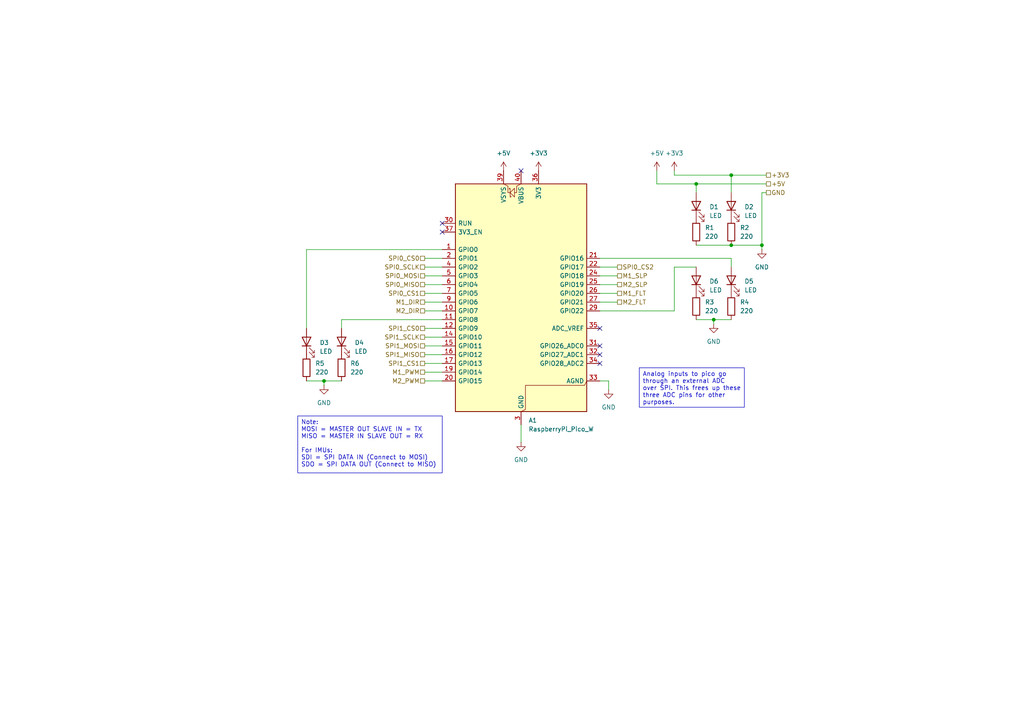
<source format=kicad_sch>
(kicad_sch (version 20250114) (generator "eeschema") (generator_version "9.0")
  (paper "A4")
  (title_block (title "Raspberry Pi Pico MCU Host Board") (date "2025-07-09") (rev "0") (company "Utah Student Robotics") (comment 1 "Vincent Banh"))
  (lib_symbols
    (symbol "Device:LED" (pin_numbers (hide yes)) (pin_names (offset 1.016) (hide yes))
      (property "Reference" "D" (at 0 2.54 0))
      (property "Value" "LED" (at 0 -2.54 0))
      (symbol "LED_0_1"
        (polyline (pts (xy -3.048 -0.762) (xy -4.572 -2.286) (xy -3.81 -2.286) (xy -4.572 -2.286) (xy -4.572 -1.524)))
        (polyline (pts (xy -1.778 -0.762) (xy -3.302 -2.286) (xy -2.54 -2.286) (xy -3.302 -2.286) (xy -3.302 -1.524)))
        (polyline (pts (xy -1.27 0) (xy 1.27 0)))
        (polyline (pts (xy -1.27 -1.27) (xy -1.27 1.27)) (stroke (width 0.254)))
        (polyline (pts (xy 1.27 -1.27) (xy 1.27 1.27) (xy -1.27 0) (xy 1.27 -1.27)) (stroke (width 0.254)))
      )
      (symbol "LED_1_1"
        (pin passive line (at -3.81 0 0) (length 2.54) (name "K") (number "1"))
        (pin passive line (at 3.81 0 180) (length 2.54) (name "A") (number "2"))
      )
    )
    (symbol "Device:R" (pin_numbers (hide yes)) (pin_names (offset 0))
      (property "Reference" "R" (at 2.032 0 90))
      (property "Value" "R" (at 0 0 90))
      (symbol "R_0_1"
        (rectangle (start -1.016 -2.54) (end 1.016 2.54) (stroke (width 0.254)))
      )
      (symbol "R_1_1"
        (pin passive line (at 0 3.81 270) (length 1.27) (name "~") (number "1"))
        (pin passive line (at 0 -3.81 90) (length 1.27) (name "~") (number "2"))
      )
    )
    (symbol "MCU_Module:RaspberryPi_Pico_W" (pin_names (offset 0.762))
      (property "Reference" "A" (at -19.05 35.56 0))
      (property "Value" "RaspberryPi_Pico_W" (at 7.62 35.56 0))
      (symbol "RaspberryPi_Pico_W_0_1"
        (rectangle (start -19.05 34.29) (end 19.05 -31.75) (stroke (width 0.254)) (fill (type background)))
        (polyline (pts (xy -5.08 34.29) (xy -3.81 33.655) (xy -3.81 31.75) (xy -3.175 31.75)))
        (polyline (pts (xy -3.429 32.766) (xy -3.429 33.02) (xy -3.175 33.02) (xy -3.175 30.48) (xy -2.921 30.48) (xy -2.921 30.734)))
        (polyline (pts (xy -3.175 31.75) (xy -1.905 33.02) (xy -1.905 30.48) (xy -3.175 31.75)))
        (polyline (pts (xy 0 34.29) (xy -1.27 33.655) (xy -1.27 31.75) (xy -1.905 31.75)))
        (polyline (pts (xy 0 -31.75) (xy 1.27 -31.115) (xy 1.27 -24.13) (xy 18.415 -24.13) (xy 19.05 -22.86)))
      )
      (symbol "RaspberryPi_Pico_W_1_1"
        (pin passive line (at -22.86 22.86 0) (length 3.81) (name "RUN") (number "30"))
        (pin passive line (at -22.86 20.32 0) (length 3.81) (name "3V3_EN") (number "37"))
        (pin bidirectional line (at -22.86 15.24 0) (length 3.81) (name "GPIO0") (number "1"))
        (pin bidirectional line (at -22.86 12.7 0) (length 3.81) (name "GPIO1") (number "2"))
        (pin bidirectional line (at -22.86 10.16 0) (length 3.81) (name "GPIO2") (number "4"))
        (pin bidirectional line (at -22.86 7.62 0) (length 3.81) (name "GPIO3") (number "5"))
        (pin bidirectional line (at -22.86 5.08 0) (length 3.81) (name "GPIO4") (number "6"))
        (pin bidirectional line (at -22.86 2.54 0) (length 3.81) (name "GPIO5") (number "7"))
        (pin bidirectional line (at -22.86 0 0) (length 3.81) (name "GPIO6") (number "9"))
        (pin bidirectional line (at -22.86 -2.54 0) (length 3.81) (name "GPIO7") (number "10"))
        (pin bidirectional line (at -22.86 -5.08 0) (length 3.81) (name "GPIO8") (number "11"))
        (pin bidirectional line (at -22.86 -7.62 0) (length 3.81) (name "GPIO9") (number "12"))
        (pin bidirectional line (at -22.86 -10.16 0) (length 3.81) (name "GPIO10") (number "14"))
        (pin bidirectional line (at -22.86 -12.7 0) (length 3.81) (name "GPIO11") (number "15"))
        (pin bidirectional line (at -22.86 -15.24 0) (length 3.81) (name "GPIO12") (number "16"))
        (pin bidirectional line (at -22.86 -17.78 0) (length 3.81) (name "GPIO13") (number "17"))
        (pin bidirectional line (at -22.86 -20.32 0) (length 3.81) (name "GPIO14") (number "19"))
        (pin bidirectional line (at -22.86 -22.86 0) (length 3.81) (name "GPIO15") (number "20"))
        (pin power_in line (at -5.08 38.1 270) (length 3.81) (name "VSYS") (number "39"))
        (pin power_out line (at 0 38.1 270) (length 3.81) (name "VBUS") (number "40"))
        (pin passive line (at 0 -35.56 90) (length 3.81) (hide yes) (name "GND") (number "13"))
        (pin passive line (at 0 -35.56 90) (length 3.81) (hide yes) (name "GND") (number "18"))
        (pin passive line (at 0 -35.56 90) (length 3.81) (hide yes) (name "GND") (number "23"))
        (pin passive line (at 0 -35.56 90) (length 3.81) (hide yes) (name "GND") (number "28"))
        (pin power_out line (at 0 -35.56 90) (length 3.81) (name "GND") (number "3"))
        (pin passive line (at 0 -35.56 90) (length 3.81) (hide yes) (name "GND") (number "38"))
        (pin passive line (at 0 -35.56 90) (length 3.81) (hide yes) (name "GND") (number "8"))
        (pin power_out line (at 5.08 38.1 270) (length 3.81) (name "3V3") (number "36"))
        (pin bidirectional line (at 22.86 12.7 180) (length 3.81) (name "GPIO16") (number "21"))
        (pin bidirectional line (at 22.86 10.16 180) (length 3.81) (name "GPIO17") (number "22"))
        (pin bidirectional line (at 22.86 7.62 180) (length 3.81) (name "GPIO18") (number "24"))
        (pin bidirectional line (at 22.86 5.08 180) (length 3.81) (name "GPIO19") (number "25"))
        (pin bidirectional line (at 22.86 2.54 180) (length 3.81) (name "GPIO20") (number "26"))
        (pin bidirectional line (at 22.86 0 180) (length 3.81) (name "GPIO21") (number "27"))
        (pin bidirectional line (at 22.86 -2.54 180) (length 3.81) (name "GPIO22") (number "29"))
        (pin power_in line (at 22.86 -7.62 180) (length 3.81) (name "ADC_VREF") (number "35"))
        (pin bidirectional line (at 22.86 -12.7 180) (length 3.81) (name "GPIO26_ADC0") (number "31"))
        (pin bidirectional line (at 22.86 -15.24 180) (length 3.81) (name "GPIO27_ADC1") (number "32"))
        (pin bidirectional line (at 22.86 -17.78 180) (length 3.81) (name "GPIO28_ADC2") (number "34"))
        (pin power_out line (at 22.86 -22.86 180) (length 3.81) (name "AGND") (number "33"))
      )
    )
    (symbol "power:+3V3" (power) (pin_numbers (hide yes)) (pin_names (offset 0) (hide yes))
      (property "Value" "+3V3" (at 0 3.556 0))
      (symbol "+3V3_0_1"
        (polyline (pts (xy -0.762 1.27) (xy 0 2.54)))
        (polyline (pts (xy 0 2.54) (xy 0.762 1.27)))
        (polyline (pts (xy 0 0) (xy 0 2.54)))
      )
      (symbol "+3V3_1_1"
        (pin power_in line (at 0 0 90) (length 0) (name "~") (number "1"))
      )
    )
    (symbol "power:+5V" (power) (pin_numbers (hide yes)) (pin_names (offset 0) (hide yes))
      (property "Value" "+5V" (at 0 3.556 0))
      (symbol "+5V_0_1"
        (polyline (pts (xy -0.762 1.27) (xy 0 2.54)))
        (polyline (pts (xy 0 2.54) (xy 0.762 1.27)))
        (polyline (pts (xy 0 0) (xy 0 2.54)))
      )
      (symbol "+5V_1_1"
        (pin power_in line (at 0 0 90) (length 0) (name "~") (number "1"))
      )
    )
    (symbol "power:GND" (power) (pin_numbers (hide yes)) (pin_names (offset 0) (hide yes))
      (property "Value" "GND" (at 0 -3.81 0))
      (symbol "GND_0_1"
        (polyline (pts (xy 0 0) (xy 0 -1.27) (xy 1.27 -1.27) (xy 0 -2.54) (xy -1.27 -1.27) (xy 0 -1.27)))
      )
      (symbol "GND_1_1"
        (pin power_in line (at 0 0 270) (length 0) (name "~") (number "1"))
      )
    )
  )
  (text_box "Note:\nMOSI = MASTER OUT SLAVE IN = TX\nMISO = MASTER IN SLAVE OUT = RX\n\nFor IMUs:\nSDI = SPI DATA IN (Connect to MOSI)\nSDO = SPI DATA OUT (Connect to MISO)" (at 86.36 120.65 0) (size 41.91 16.51) (margins 0.9525 0.9525 0.9525 0.9525) (effects (font (size 1.27 1.27)) (justify left top)))
  (text_box "Analog inputs to pico go through an external ADC over SPI. This frees up these three ADC pins for other purposes." (at 185.42 106.68 0) (size 30.48 11.43) (margins 0.9525 0.9525 0.9525 0.9525) (effects (font (size 1.27 1.27)) (justify left top)))
  (junction (at 212.09 50.8))
  (junction (at 93.98 110.49))
  (junction (at 220.98 71.12))
  (junction (at 212.09 71.12))
  (junction (at 207.01 92.71))
  (junction (at 201.93 53.34))
  (no_connect (at 173.99 100.33))
  (no_connect (at 173.99 105.41))
  (no_connect (at 128.27 64.77))
  (no_connect (at 128.27 67.31))
  (no_connect (at 151.13 49.53))
  (no_connect (at 173.99 102.87))
  (no_connect (at 173.99 95.25))
  (wire (pts (xy 93.98 110.49) (xy 99.06 110.49)))
  (wire (pts (xy 212.09 71.12) (xy 220.98 71.12)))
  (wire (pts (xy 173.99 77.47) (xy 179.07 77.47)))
  (wire (pts (xy 123.19 87.63) (xy 128.27 87.63)))
  (wire (pts (xy 123.19 77.47) (xy 128.27 77.47)))
  (wire (pts (xy 173.99 87.63) (xy 179.07 87.63)))
  (wire (pts (xy 123.19 105.41) (xy 128.27 105.41)))
  (wire (pts (xy 123.19 85.09) (xy 128.27 85.09)))
  (wire (pts (xy 173.99 90.17) (xy 195.58 90.17)))
  (wire (pts (xy 151.13 123.19) (xy 151.13 128.27)))
  (wire (pts (xy 123.19 95.25) (xy 128.27 95.25)))
  (wire (pts (xy 123.19 100.33) (xy 128.27 100.33)))
  (wire (pts (xy 123.19 110.49) (xy 128.27 110.49)))
  (wire (pts (xy 88.9 110.49) (xy 93.98 110.49)))
  (wire (pts (xy 123.19 74.93) (xy 128.27 74.93)))
  (wire (pts (xy 123.19 97.79) (xy 128.27 97.79)))
  (wire (pts (xy 173.99 74.93) (xy 212.09 74.93)))
  (wire (pts (xy 195.58 50.8) (xy 212.09 50.8)))
  (wire (pts (xy 220.98 71.12) (xy 220.98 72.39)))
  (wire (pts (xy 176.53 110.49) (xy 176.53 113.03)))
  (wire (pts (xy 99.06 92.71) (xy 99.06 95.25)))
  (wire (pts (xy 123.19 82.55) (xy 128.27 82.55)))
  (wire (pts (xy 173.99 80.01) (xy 179.07 80.01)))
  (wire (pts (xy 173.99 85.09) (xy 179.07 85.09)))
  (wire (pts (xy 195.58 90.17) (xy 195.58 77.47)))
  (wire (pts (xy 123.19 102.87) (xy 128.27 102.87)))
  (wire (pts (xy 173.99 82.55) (xy 179.07 82.55)))
  (wire (pts (xy 123.19 107.95) (xy 128.27 107.95)))
  (wire (pts (xy 88.9 72.39) (xy 88.9 95.25)))
  (wire (pts (xy 128.27 72.39) (xy 88.9 72.39)))
  (wire (pts (xy 123.19 80.01) (xy 128.27 80.01)))
  (wire (pts (xy 201.93 53.34) (xy 222.25 53.34)))
  (wire (pts (xy 201.93 71.12) (xy 212.09 71.12)))
  (wire (pts (xy 201.93 92.71) (xy 207.01 92.71)))
  (wire (pts (xy 195.58 77.47) (xy 201.93 77.47)))
  (wire (pts (xy 212.09 50.8) (xy 222.25 50.8)))
  (wire (pts (xy 201.93 53.34) (xy 201.93 55.88)))
  (wire (pts (xy 190.5 53.34) (xy 201.93 53.34)))
  (wire (pts (xy 212.09 50.8) (xy 212.09 55.88)))
  (wire (pts (xy 123.19 90.17) (xy 128.27 90.17)))
  (wire (pts (xy 220.98 55.88) (xy 220.98 71.12)))
  (wire (pts (xy 173.99 110.49) (xy 176.53 110.49)))
  (wire (pts (xy 207.01 92.71) (xy 207.01 93.98)))
  (wire (pts (xy 190.5 49.53) (xy 190.5 53.34)))
  (wire (pts (xy 212.09 74.93) (xy 212.09 77.47)))
  (wire (pts (xy 128.27 92.71) (xy 99.06 92.71)))
  (wire (pts (xy 207.01 92.71) (xy 212.09 92.71)))
  (wire (pts (xy 195.58 50.8) (xy 195.58 49.53)))
  (wire (pts (xy 220.98 55.88) (xy 222.25 55.88)))
  (wire (pts (xy 93.98 110.49) (xy 93.98 111.76)))
  (hierarchical_label "SPI1_MISO" (shape passive) (at 123.19 102.87 180))
  (hierarchical_label "GND" (shape passive) (at 222.25 55.88 0))
  (hierarchical_label "+3V3" (shape passive) (at 222.25 50.8 0))
  (hierarchical_label "M1_DIR" (shape passive) (at 123.19 87.63 180))
  (hierarchical_label "+5V" (shape passive) (at 222.25 53.34 0))
  (hierarchical_label "SPI0_MOSI" (shape passive) (at 123.19 80.01 180))
  (hierarchical_label "M2_FLT" (shape passive) (at 179.07 87.63 0))
  (hierarchical_label "M1_SLP" (shape passive) (at 179.07 80.01 0))
  (hierarchical_label "M2_DIR" (shape passive) (at 123.19 90.17 180))
  (hierarchical_label "M2_PWM" (shape passive) (at 123.19 110.49 180))
  (hierarchical_label "SPI1_CS1" (shape passive) (at 123.19 105.41 180))
  (hierarchical_label "M1_PWM" (shape passive) (at 123.19 107.95 180))
  (hierarchical_label "SPI0_CS1" (shape passive) (at 123.19 85.09 180))
  (hierarchical_label "SPI0_SCLK" (shape passive) (at 123.19 77.47 180))
  (hierarchical_label "M2_SLP" (shape passive) (at 179.07 82.55 0))
  (hierarchical_label "SPI1_CS0" (shape passive) (at 123.19 95.25 180))
  (hierarchical_label "SPI0_CS0" (shape passive) (at 123.19 74.93 180))
  (hierarchical_label "SPI0_MISO" (shape passive) (at 123.19 82.55 180))
  (hierarchical_label "SPI0_CS2" (shape passive) (at 179.07 77.47 0))
  (hierarchical_label "M1_FLT" (shape passive) (at 179.07 85.09 0))
  (hierarchical_label "SPI1_SCLK" (shape passive) (at 123.19 97.79 180))
  (hierarchical_label "SPI1_MOSI" (shape passive) (at 123.19 100.33 180))
  (symbol (lib_id "power:GND") (at 176.53 113.03 0) (unit 1)
    (property "Reference" "#PWR012" (effects (hide yes)))
    (property "Value" "GND" (at 176.53 118.11 0))
    (property "Description" "Power symbol creates a global label with name \"GND\" , ground" (effects (hide yes)))
  )
  (symbol (lib_id "Device:LED") (at 212.09 81.28 90) (unit 1)
    (property "Reference" "D5" (at 215.9 81.5974 90) (effects (justify right)))
    (property "Value" "LED" (at 215.9 84.1374 90) (effects (justify right)))
    (property "Footprint" "LED_SMD:LED_1206_3216Metric_Pad1.42x1.75mm_HandSolder" (effects (hide yes)))
    (property "Description" "Light emitting diode" (effects (hide yes)))
    (property "Sim.Pins" "1=K 2=A" (effects (hide yes)))
  )
  (symbol (lib_id "Device:LED") (at 88.9 99.06 90) (unit 1)
    (property "Reference" "D3" (at 92.71 99.3774 90) (effects (justify right)))
    (property "Value" "LED" (at 92.71 101.9174 90) (effects (justify right)))
    (property "Footprint" "LED_SMD:LED_1206_3216Metric_Pad1.42x1.75mm_HandSolder" (effects (hide yes)))
    (property "Description" "Light emitting diode" (effects (hide yes)))
    (property "Sim.Pins" "1=K 2=A" (effects (hide yes)))
  )
  (symbol (lib_id "Device:LED") (at 201.93 81.28 90) (unit 1)
    (property "Reference" "D6" (at 205.74 81.5974 90) (effects (justify right)))
    (property "Value" "LED" (at 205.74 84.1374 90) (effects (justify right)))
    (property "Footprint" "LED_SMD:LED_1206_3216Metric_Pad1.42x1.75mm_HandSolder" (effects (hide yes)))
    (property "Description" "Light emitting diode" (effects (hide yes)))
    (property "Sim.Pins" "1=K 2=A" (effects (hide yes)))
  )
  (symbol (lib_id "MCU_Module:RaspberryPi_Pico_W") (at 151.13 87.63 0) (unit 1)
    (property "Reference" "A1" (at 153.2733 121.92 0) (effects (justify left)))
    (property "Value" "RaspberryPi_Pico_W" (at 153.2733 124.46 0) (effects (justify left)))
    (property "Footprint" "Module:RaspberryPi_Pico_W_SMD_HandSolder" (effects (hide yes)))
    (property "Datasheet" "https://datasheets.raspberrypi.com/picow/pico-w-datasheet.pdf" (effects (hide yes)))
    (property "Description" "Versatile and inexpensive wireless microcontroller module powered by RP2040 dual-core Arm Cortex-M0+ processor up to 133 MHz, 264kB SRAM, 2MB QSPI flash, Infineon CYW43439 2.4GHz 802.11n wireless LAN; also supports Raspberry Pi Pico 2 W" (effects (hide yes)))
  )
  (symbol (lib_id "power:GND") (at 93.98 111.76 0) (unit 1)
    (property "Reference" "#PWR014" (effects (hide yes)))
    (property "Value" "GND" (at 93.98 116.84 0))
    (property "Description" "Power symbol creates a global label with name \"GND\" , ground" (effects (hide yes)))
  )
  (symbol (lib_id "Device:LED") (at 212.09 59.69 90) (unit 1)
    (property "Reference" "D2" (at 215.9 60.0074 90) (effects (justify right)))
    (property "Value" "LED" (at 215.9 62.5474 90) (effects (justify right)))
    (property "Footprint" "LED_SMD:LED_1206_3216Metric_Pad1.42x1.75mm_HandSolder" (effects (hide yes)))
    (property "Description" "Light emitting diode" (effects (hide yes)))
    (property "Sim.Pins" "1=K 2=A" (effects (hide yes)))
  )
  (symbol (lib_id "Device:LED") (at 201.93 59.69 90) (unit 1)
    (property "Reference" "D1" (at 205.74 60.0074 90) (effects (justify right)))
    (property "Value" "LED" (at 205.74 62.5474 90) (effects (justify right)))
    (property "Footprint" "LED_SMD:LED_1206_3216Metric_Pad1.42x1.75mm_HandSolder" (effects (hide yes)))
    (property "Description" "Light emitting diode" (effects (hide yes)))
    (property "Sim.Pins" "1=K 2=A" (effects (hide yes)))
  )
  (symbol (lib_id "power:+3V3") (at 195.58 49.53 0) (unit 1)
    (property "Reference" "#PWR09" (effects (hide yes)))
    (property "Value" "+3V3" (at 195.58 44.45 0))
    (property "Description" "Power symbol creates a global label with name \"+3V3\"" (effects (hide yes)))
  )
  (symbol (lib_id "power:GND") (at 220.98 72.39 0) (unit 1)
    (property "Reference" "#PWR010" (effects (hide yes)))
    (property "Value" "GND" (at 220.98 77.47 0))
    (property "Description" "Power symbol creates a global label with name \"GND\" , ground" (effects (hide yes)))
  )
  (symbol (lib_id "power:+3V3") (at 156.21 49.53 0) (unit 1)
    (property "Reference" "#PWR07" (effects (hide yes)))
    (property "Value" "+3V3" (at 156.21 44.45 0))
    (property "Description" "Power symbol creates a global label with name \"+3V3\"" (effects (hide yes)))
  )
  (symbol (lib_id "Device:R") (at 201.93 88.9 0) (unit 1)
    (property "Reference" "R3" (at 204.47 87.6299 0) (effects (justify left)))
    (property "Value" "220" (at 204.47 90.1699 0) (effects (justify left)))
    (property "Footprint" "Resistor_SMD:R_1206_3216Metric_Pad1.30x1.75mm_HandSolder" (effects (hide yes)))
    (property "Description" "Resistor" (effects (hide yes)))
  )
  (symbol (lib_id "power:+5V") (at 146.05 49.53 0) (unit 1)
    (property "Reference" "#PWR06" (effects (hide yes)))
    (property "Value" "+5V" (at 146.05 44.45 0))
    (property "Description" "Power symbol creates a global label with name \"+5V\"" (effects (hide yes)))
  )
  (symbol (lib_id "Device:R") (at 212.09 88.9 0) (unit 1)
    (property "Reference" "R4" (at 214.63 87.6299 0) (effects (justify left)))
    (property "Value" "220" (at 214.63 90.1699 0) (effects (justify left)))
    (property "Footprint" "Resistor_SMD:R_1206_3216Metric_Pad1.30x1.75mm_HandSolder" (effects (hide yes)))
    (property "Description" "Resistor" (effects (hide yes)))
  )
  (symbol (lib_id "power:GND") (at 151.13 128.27 0) (unit 1)
    (property "Reference" "#PWR011" (effects (hide yes)))
    (property "Value" "GND" (at 151.13 133.35 0))
    (property "Description" "Power symbol creates a global label with name \"GND\" , ground" (effects (hide yes)))
  )
  (symbol (lib_id "Device:R") (at 212.09 67.31 0) (unit 1)
    (property "Reference" "R2" (at 214.63 66.0399 0) (effects (justify left)))
    (property "Value" "220" (at 214.63 68.5799 0) (effects (justify left)))
    (property "Footprint" "Resistor_SMD:R_1206_3216Metric_Pad1.30x1.75mm_HandSolder" (effects (hide yes)))
    (property "Description" "Resistor" (effects (hide yes)))
  )
  (symbol (lib_id "Device:R") (at 88.9 106.68 0) (unit 1)
    (property "Reference" "R5" (at 91.44 105.4099 0) (effects (justify left)))
    (property "Value" "220" (at 91.44 107.9499 0) (effects (justify left)))
    (property "Footprint" "Resistor_SMD:R_1206_3216Metric_Pad1.30x1.75mm_HandSolder" (effects (hide yes)))
    (property "Description" "Resistor" (effects (hide yes)))
  )
  (symbol (lib_id "Device:R") (at 201.93 67.31 0) (unit 1)
    (property "Reference" "R1" (at 204.47 66.0399 0) (effects (justify left)))
    (property "Value" "220" (at 204.47 68.5799 0) (effects (justify left)))
    (property "Footprint" "Resistor_SMD:R_1206_3216Metric_Pad1.30x1.75mm_HandSolder" (effects (hide yes)))
    (property "Description" "Resistor" (effects (hide yes)))
  )
  (symbol (lib_id "Device:R") (at 99.06 106.68 0) (unit 1)
    (property "Reference" "R6" (at 101.6 105.4099 0) (effects (justify left)))
    (property "Value" "220" (at 101.6 107.9499 0) (effects (justify left)))
    (property "Footprint" "Resistor_SMD:R_1206_3216Metric_Pad1.30x1.75mm_HandSolder" (effects (hide yes)))
    (property "Description" "Resistor" (effects (hide yes)))
  )
  (symbol (lib_id "Device:LED") (at 99.06 99.06 90) (unit 1)
    (property "Reference" "D4" (at 102.87 99.3774 90) (effects (justify right)))
    (property "Value" "LED" (at 102.87 101.9174 90) (effects (justify right)))
    (property "Footprint" "LED_SMD:LED_1206_3216Metric_Pad1.42x1.75mm_HandSolder" (effects (hide yes)))
    (property "Description" "Light emitting diode" (effects (hide yes)))
    (property "Sim.Pins" "1=K 2=A" (effects (hide yes)))
  )
  (symbol (lib_id "power:GND") (at 207.01 93.98 0) (unit 1)
    (property "Reference" "#PWR013" (effects (hide yes)))
    (property "Value" "GND" (at 207.01 99.06 0))
    (property "Description" "Power symbol creates a global label with name \"GND\" , ground" (effects (hide yes)))
  )
  (symbol (lib_id "power:+5V") (at 190.5 49.53 0) (unit 1)
    (property "Reference" "#PWR08" (effects (hide yes)))
    (property "Value" "+5V" (at 190.5 44.45 0))
    (property "Description" "Power symbol creates a global label with name \"+5V\"" (effects (hide yes)))
  )
)
</source>
